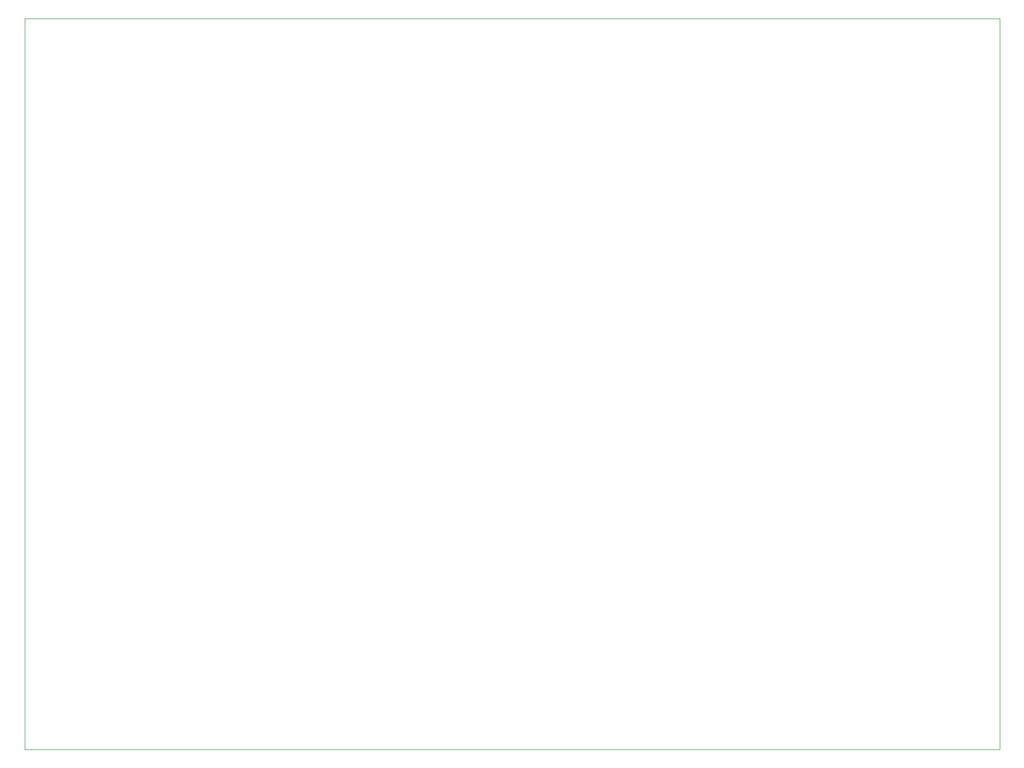
<source format=gko>
G04 Layer_Color=16711935*
%FSLAX44Y44*%
%MOMM*%
G71*
G01*
G75*
%ADD70C,0.1000*%
D70*
X2100000Y500000D02*
Y1700000D01*
X500000D02*
X2100000D01*
X500000Y500000D02*
Y1700000D01*
Y500000D02*
X2100000D01*
M02*

</source>
